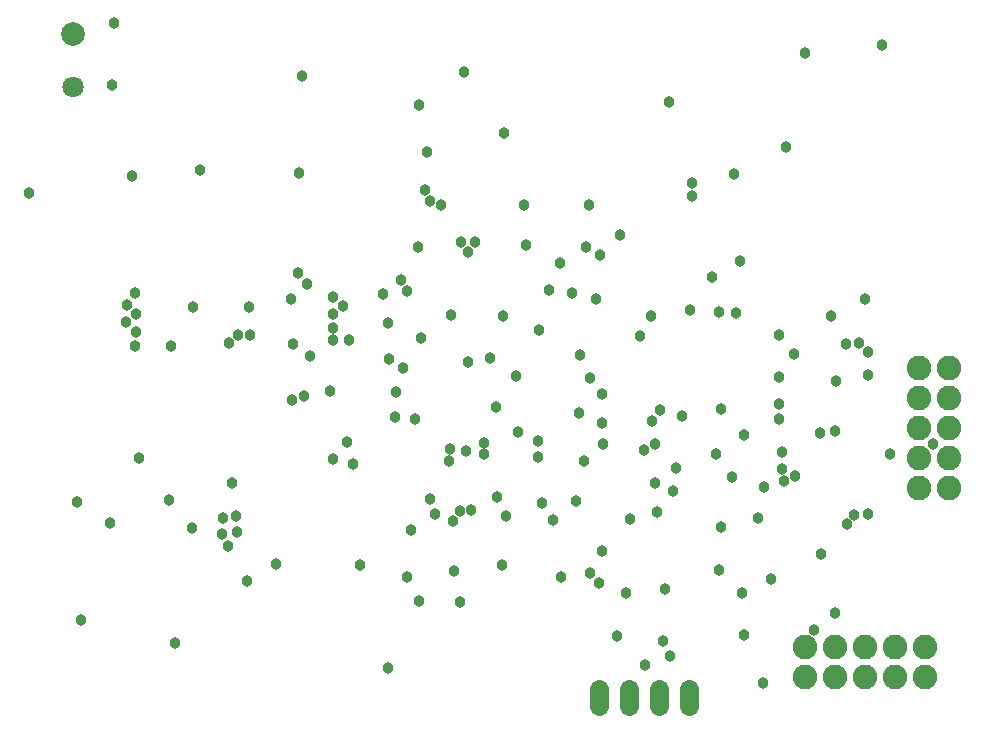
<source format=gbs>
G04 EAGLE Gerber RS-274X export*
G75*
%MOMM*%
%FSLAX34Y34*%
%LPD*%
%INSoldermask Bottom*%
%IPPOS*%
%AMOC8*
5,1,8,0,0,1.08239X$1,22.5*%
G01*
%ADD10C,1.803200*%
%ADD11C,2.003200*%
%ADD12C,2.082800*%
%ADD13C,1.625600*%
%ADD14C,0.965200*%


D10*
X87000Y585300D03*
D11*
X87000Y630300D03*
D12*
X828500Y245700D03*
X803100Y245700D03*
X828500Y271100D03*
X803100Y271100D03*
X828500Y296500D03*
X803100Y296500D03*
X828500Y321900D03*
X803100Y321900D03*
X828500Y347300D03*
X803100Y347300D03*
X707200Y85900D03*
X707200Y111300D03*
X732600Y85900D03*
X732600Y111300D03*
X758000Y85900D03*
X758000Y111300D03*
X783400Y85900D03*
X783400Y111300D03*
X808800Y85900D03*
X808800Y111300D03*
D13*
X532900Y75312D02*
X532900Y61088D01*
X558300Y61088D02*
X558300Y75312D01*
X583700Y75312D02*
X583700Y61088D01*
X609100Y61088D02*
X609100Y75312D01*
D14*
X281000Y594500D03*
X407000Y392000D03*
X440000Y355500D03*
X519470Y268530D03*
X462000Y340500D03*
X547500Y120000D03*
X530000Y405500D03*
X648500Y393858D03*
X814850Y282850D03*
X271500Y406000D03*
X380000Y150000D03*
X370000Y170000D03*
X450000Y180000D03*
X500000Y170000D03*
X588500Y160500D03*
X758000Y405358D03*
X609500Y396500D03*
X567500Y374500D03*
X532969Y442574D03*
X550000Y460000D03*
X524000Y485000D03*
X415957Y453607D03*
X379358Y449500D03*
X380000Y570000D03*
X418000Y598000D03*
X387000Y530000D03*
X452000Y546500D03*
X591500Y572500D03*
X603000Y306858D03*
X535000Y300500D03*
X382000Y372500D03*
X451000Y391000D03*
X421500Y352000D03*
X222000Y250000D03*
X90500Y234000D03*
X93500Y133500D03*
X234500Y167000D03*
X194500Y514500D03*
X278500Y512500D03*
X690500Y534000D03*
X671500Y80500D03*
X706500Y614000D03*
X772000Y620500D03*
X120000Y586500D03*
X121500Y639500D03*
X236000Y399000D03*
X188500Y399000D03*
X319000Y284500D03*
X631500Y274500D03*
X732000Y293500D03*
X349893Y410000D03*
X354000Y385500D03*
X321000Y370500D03*
X324500Y266000D03*
X393500Y224000D03*
X427500Y453607D03*
X470500Y451000D03*
X445000Y314500D03*
X361000Y327000D03*
X490500Y413000D03*
X513358Y235000D03*
X454000Y221500D03*
X464000Y293000D03*
X424442Y227000D03*
X733000Y336500D03*
X377000Y304000D03*
X481500Y379000D03*
X480500Y285500D03*
X168500Y235500D03*
X720500Y190000D03*
X678000Y168500D03*
X558500Y219000D03*
X535000Y192500D03*
X779000Y274500D03*
X597500Y262500D03*
X581500Y225500D03*
X579500Y249500D03*
X667142Y220500D03*
X672079Y246322D03*
X760500Y341500D03*
X535000Y325000D03*
X655000Y121500D03*
X689002Y251848D03*
X635849Y312849D03*
X655000Y290500D03*
X687500Y276000D03*
X140000Y365500D03*
X170000Y365500D03*
X142906Y271406D03*
X137500Y509500D03*
X516358Y358000D03*
X515500Y309000D03*
X645500Y255000D03*
X687000Y261500D03*
X685000Y375500D03*
X684500Y340000D03*
X698000Y359000D03*
X720000Y292000D03*
X415000Y149500D03*
X410000Y175500D03*
X714526Y125526D03*
X653500Y157000D03*
X571500Y96000D03*
X555500Y156500D03*
X493599Y218901D03*
X446500Y238000D03*
X259000Y181500D03*
X330500Y180500D03*
X305000Y327922D03*
X187500Y211500D03*
X389642Y236512D03*
X685000Y317000D03*
X414716Y226000D03*
X728500Y391642D03*
X685000Y304358D03*
X635500Y212500D03*
X595500Y243000D03*
X634000Y176000D03*
X535500Y282500D03*
X525000Y338500D03*
X698500Y256000D03*
X732500Y139500D03*
X499827Y435716D03*
X652000Y437500D03*
X634500Y395000D03*
X584500Y311500D03*
X576500Y391000D03*
X577000Y302000D03*
X628000Y424500D03*
X509500Y410500D03*
X399087Y485500D03*
X611000Y493000D03*
X389435Y488500D03*
X611000Y504000D03*
X133000Y400806D03*
X315500Y399500D03*
X140500Y393000D03*
X307500Y392500D03*
X132000Y386000D03*
X307500Y381000D03*
X140500Y377500D03*
X307000Y370500D03*
X219215Y368158D03*
X272736Y319952D03*
X226500Y375078D03*
X282388Y323858D03*
X237000Y375078D03*
X355000Y354500D03*
X273500Y367500D03*
X481000Y272000D03*
X373000Y210000D03*
X409000Y217500D03*
X405500Y268500D03*
X218693Y196193D03*
X406000Y279000D03*
X213000Y206284D03*
X420000Y277000D03*
X226000Y208284D03*
X435500Y274000D03*
X214000Y220000D03*
X140000Y410500D03*
X307000Y407500D03*
X285000Y418500D03*
X370000Y412500D03*
X287500Y357500D03*
X366500Y347000D03*
X760500Y361000D03*
X760500Y223500D03*
X752500Y368000D03*
X748358Y222792D03*
X741500Y367500D03*
X742500Y215000D03*
X570699Y277699D03*
X586500Y116000D03*
X579500Y283000D03*
X592500Y103000D03*
X469087Y485500D03*
X521500Y450000D03*
X360000Y305500D03*
X307500Y270000D03*
X173500Y114500D03*
X421729Y445729D03*
X484500Y232500D03*
X353500Y93000D03*
X525000Y173500D03*
X532500Y165500D03*
X277324Y427730D03*
X364500Y422000D03*
X385143Y497858D03*
X647000Y511500D03*
X50000Y495500D03*
X118500Y216000D03*
X435099Y284099D03*
X225000Y222000D03*
M02*

</source>
